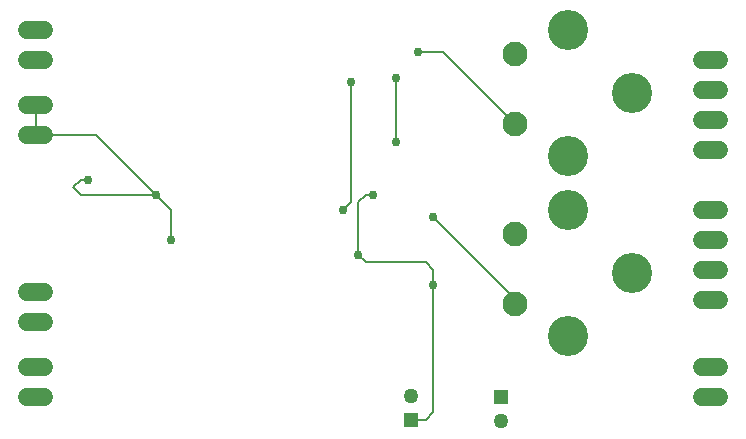
<source format=gbr>
G04 EAGLE Gerber RS-274X export*
G75*
%MOMM*%
%FSLAX34Y34*%
%LPD*%
%INBottom Copper*%
%IPPOS*%
%AMOC8*
5,1,8,0,0,1.08239X$1,22.5*%
G01*
%ADD10R,1.258000X1.258000*%
%ADD11C,1.258000*%
%ADD12C,2.100000*%
%ADD13C,3.400000*%
%ADD14C,1.508000*%
%ADD15C,0.152400*%
%ADD16C,0.756400*%


D10*
X431800Y57150D03*
D11*
X431800Y37150D03*
D10*
X355600Y38100D03*
D11*
X355600Y58100D03*
D12*
X443950Y288300D03*
D13*
X488950Y261300D03*
X542950Y314800D03*
X488950Y368300D03*
D12*
X443950Y348300D03*
X443950Y135900D03*
D13*
X488950Y108900D03*
X542950Y162400D03*
X488950Y215900D03*
D12*
X443950Y195900D03*
D14*
X45640Y279400D02*
X30560Y279400D01*
X30560Y304800D02*
X45640Y304800D01*
X45640Y342900D02*
X30560Y342900D01*
X30560Y368300D02*
X45640Y368300D01*
X45640Y120650D02*
X30560Y120650D01*
X30560Y146050D02*
X45640Y146050D01*
X45640Y57150D02*
X30560Y57150D01*
X30560Y82550D02*
X45640Y82550D01*
X602060Y82550D02*
X617140Y82550D01*
X617140Y57150D02*
X602060Y57150D01*
X602060Y215900D02*
X617140Y215900D01*
X617140Y190500D02*
X602060Y190500D01*
X602060Y165100D02*
X617140Y165100D01*
X617140Y139700D02*
X602060Y139700D01*
X602060Y342900D02*
X617140Y342900D01*
X617140Y317500D02*
X602060Y317500D01*
X602060Y292100D02*
X617140Y292100D01*
X617140Y266700D02*
X602060Y266700D01*
D15*
X88900Y279400D02*
X38100Y279400D01*
D16*
X139700Y228600D03*
D15*
X88900Y279400D01*
X139700Y228600D02*
X152400Y215900D01*
X152400Y190500D01*
D16*
X152400Y190500D03*
X82550Y241300D03*
D15*
X76200Y241300D01*
X69850Y234950D01*
X76200Y228600D01*
X139700Y228600D01*
X38100Y279400D02*
X38100Y304800D01*
X355600Y38100D02*
X368300Y38100D01*
X374650Y44450D01*
X374650Y152400D01*
X374650Y165100D01*
X368300Y171450D01*
X317500Y171450D01*
X311150Y177800D01*
X311150Y222250D01*
X317500Y228600D01*
X323850Y228600D01*
D16*
X323850Y228600D03*
X374650Y152400D03*
X311150Y177800D03*
X298450Y215900D03*
D15*
X304800Y222250D01*
X304800Y323850D01*
D16*
X304800Y323850D03*
X374650Y209550D03*
D15*
X443950Y140250D01*
X443950Y135900D01*
D16*
X342900Y273685D03*
D15*
X342900Y327660D01*
D16*
X342900Y327660D03*
D15*
X383000Y349250D02*
X443950Y288300D01*
X383000Y349250D02*
X361950Y349250D01*
D16*
X361950Y349250D03*
M02*

</source>
